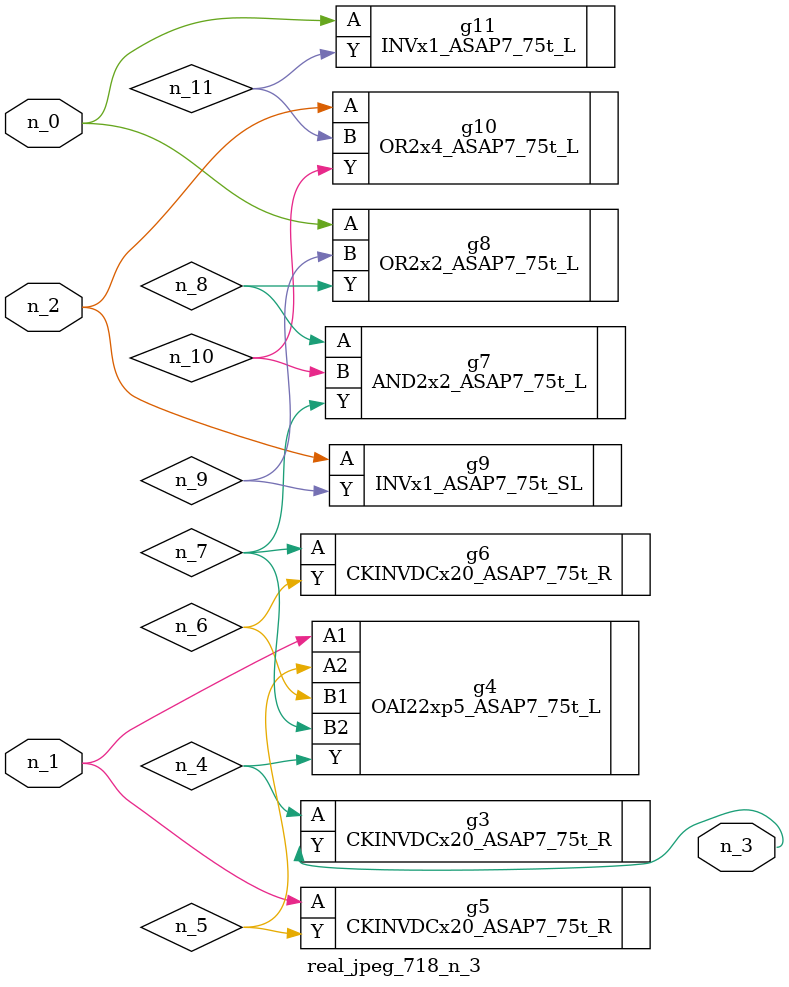
<source format=v>
module real_jpeg_718_n_3 (n_1, n_0, n_2, n_3);

input n_1;
input n_0;
input n_2;

output n_3;

wire n_5;
wire n_4;
wire n_8;
wire n_11;
wire n_6;
wire n_7;
wire n_10;
wire n_9;

OR2x2_ASAP7_75t_L g8 ( 
.A(n_0),
.B(n_9),
.Y(n_8)
);

INVx1_ASAP7_75t_L g11 ( 
.A(n_0),
.Y(n_11)
);

OAI22xp5_ASAP7_75t_L g4 ( 
.A1(n_1),
.A2(n_5),
.B1(n_6),
.B2(n_7),
.Y(n_4)
);

CKINVDCx20_ASAP7_75t_R g5 ( 
.A(n_1),
.Y(n_5)
);

INVx1_ASAP7_75t_SL g9 ( 
.A(n_2),
.Y(n_9)
);

OR2x4_ASAP7_75t_L g10 ( 
.A(n_2),
.B(n_11),
.Y(n_10)
);

CKINVDCx20_ASAP7_75t_R g3 ( 
.A(n_4),
.Y(n_3)
);

CKINVDCx20_ASAP7_75t_R g6 ( 
.A(n_7),
.Y(n_6)
);

AND2x2_ASAP7_75t_L g7 ( 
.A(n_8),
.B(n_10),
.Y(n_7)
);


endmodule
</source>
